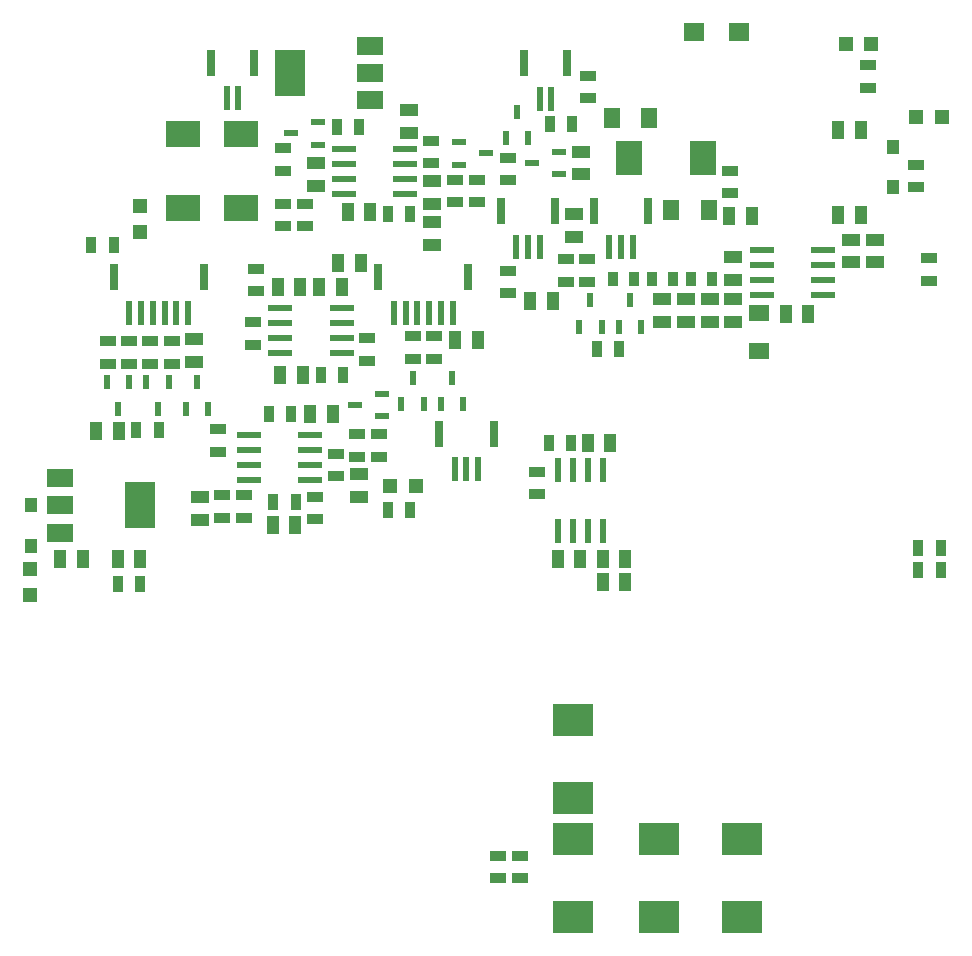
<source format=gtp>
G04 Layer_Color=7318015*
%FSLAX43Y43*%
%MOMM*%
G71*
G01*
G75*
G04:AMPARAMS|DCode=10|XSize=0.85mm|YSize=1.3mm|CornerRadius=0.043mm|HoleSize=0mm|Usage=FLASHONLY|Rotation=270.000|XOffset=0mm|YOffset=0mm|HoleType=Round|Shape=RoundedRectangle|*
%AMROUNDEDRECTD10*
21,1,0.850,1.215,0,0,270.0*
21,1,0.765,1.300,0,0,270.0*
1,1,0.085,-0.608,-0.383*
1,1,0.085,-0.608,0.383*
1,1,0.085,0.608,0.383*
1,1,0.085,0.608,-0.383*
%
%ADD10ROUNDEDRECTD10*%
%ADD11R,0.900X1.300*%
%ADD13R,1.150X0.600*%
%ADD14R,3.000X2.250*%
G04:AMPARAMS|DCode=15|XSize=0.85mm|YSize=1.3mm|CornerRadius=0.043mm|HoleSize=0mm|Usage=FLASHONLY|Rotation=0.000|XOffset=0mm|YOffset=0mm|HoleType=Round|Shape=RoundedRectangle|*
%AMROUNDEDRECTD15*
21,1,0.850,1.215,0,0,0.0*
21,1,0.765,1.300,0,0,0.0*
1,1,0.085,0.383,-0.608*
1,1,0.085,-0.383,-0.608*
1,1,0.085,-0.383,0.608*
1,1,0.085,0.383,0.608*
%
%ADD15ROUNDEDRECTD15*%
%ADD16R,0.800X2.300*%
%ADD17R,0.600X2.050*%
%ADD18R,0.600X1.150*%
%ADD19R,2.250X1.500*%
%ADD20R,2.500X4.000*%
%ADD21R,2.000X0.600*%
%ADD22R,0.600X2.000*%
%ADD23R,1.200X1.200*%
%ADD24R,1.200X1.200*%
%ADD25R,1.000X1.200*%
%ADD26R,3.500X2.750*%
%ADD27R,1.350X1.800*%
%ADD28R,2.250X3.000*%
%ADD29R,1.800X1.350*%
G04:AMPARAMS|DCode=30|XSize=1.05mm|YSize=1.45mm|CornerRadius=0.053mm|HoleSize=0mm|Usage=FLASHONLY|Rotation=0.000|XOffset=0mm|YOffset=0mm|HoleType=Round|Shape=RoundedRectangle|*
%AMROUNDEDRECTD30*
21,1,1.050,1.345,0,0,0.0*
21,1,0.945,1.450,0,0,0.0*
1,1,0.105,0.472,-0.672*
1,1,0.105,-0.472,-0.672*
1,1,0.105,-0.472,0.672*
1,1,0.105,0.472,0.672*
%
%ADD30ROUNDEDRECTD30*%
G04:AMPARAMS|DCode=31|XSize=1.05mm|YSize=1.45mm|CornerRadius=0.053mm|HoleSize=0mm|Usage=FLASHONLY|Rotation=90.000|XOffset=0mm|YOffset=0mm|HoleType=Round|Shape=RoundedRectangle|*
%AMROUNDEDRECTD31*
21,1,1.050,1.345,0,0,90.0*
21,1,0.945,1.450,0,0,90.0*
1,1,0.105,0.672,0.472*
1,1,0.105,0.672,-0.472*
1,1,0.105,-0.672,-0.472*
1,1,0.105,-0.672,0.472*
%
%ADD31ROUNDEDRECTD31*%
%ADD32R,1.700X1.600*%
D10*
X114800Y114950D02*
D03*
Y116850D02*
D03*
X92825Y116600D02*
D03*
Y114700D02*
D03*
X126700Y122550D02*
D03*
Y120650D02*
D03*
X124100Y128350D02*
D03*
Y130250D02*
D03*
X107700Y128250D02*
D03*
Y126350D02*
D03*
X126700Y132150D02*
D03*
Y130250D02*
D03*
X107700Y131050D02*
D03*
Y132950D02*
D03*
X120200Y133550D02*
D03*
Y131650D02*
D03*
X122200Y130250D02*
D03*
Y128350D02*
D03*
X109500Y128250D02*
D03*
Y126350D02*
D03*
X161300Y131530D02*
D03*
Y129630D02*
D03*
X120450Y115100D02*
D03*
Y117000D02*
D03*
X118650Y115100D02*
D03*
Y117000D02*
D03*
X96450Y116600D02*
D03*
Y114700D02*
D03*
X98250D02*
D03*
Y116600D02*
D03*
X102550Y103550D02*
D03*
Y101650D02*
D03*
X102200Y109150D02*
D03*
Y107250D02*
D03*
X94650Y116600D02*
D03*
Y114700D02*
D03*
X104400Y101650D02*
D03*
Y103550D02*
D03*
X133500Y137150D02*
D03*
Y139050D02*
D03*
X157200Y138050D02*
D03*
Y139950D02*
D03*
X145550Y129150D02*
D03*
Y131050D02*
D03*
X105100Y118185D02*
D03*
Y116285D02*
D03*
X105400Y120850D02*
D03*
Y122750D02*
D03*
X115800Y108700D02*
D03*
Y106800D02*
D03*
X125900Y71150D02*
D03*
Y73050D02*
D03*
X113950Y106805D02*
D03*
Y108705D02*
D03*
X110400Y101550D02*
D03*
Y103450D02*
D03*
X112150Y107065D02*
D03*
Y105165D02*
D03*
X162400Y121715D02*
D03*
Y123615D02*
D03*
X133400Y123550D02*
D03*
Y121650D02*
D03*
X131600D02*
D03*
Y123550D02*
D03*
X127700Y71150D02*
D03*
Y73050D02*
D03*
X129200Y105550D02*
D03*
Y103650D02*
D03*
D11*
X142200Y121900D02*
D03*
X144000D02*
D03*
X138900D02*
D03*
X140700D02*
D03*
X135600D02*
D03*
X137400D02*
D03*
D13*
X128775Y131700D02*
D03*
X131025Y132650D02*
D03*
Y130750D02*
D03*
X116025Y110250D02*
D03*
Y112150D02*
D03*
X113775Y111200D02*
D03*
X110625Y133250D02*
D03*
Y135150D02*
D03*
X108375Y134200D02*
D03*
X122575Y133450D02*
D03*
Y131550D02*
D03*
X124825Y132500D02*
D03*
D14*
X99200Y134125D02*
D03*
Y127875D02*
D03*
X104100Y134125D02*
D03*
Y127875D02*
D03*
D15*
X95250Y109100D02*
D03*
X97150D02*
D03*
X136150Y115900D02*
D03*
X134250D02*
D03*
X132175Y135000D02*
D03*
X130275D02*
D03*
X116550Y127400D02*
D03*
X118450D02*
D03*
X114150Y134700D02*
D03*
X112250D02*
D03*
X95575Y96000D02*
D03*
X93675D02*
D03*
X118450Y102300D02*
D03*
X116550D02*
D03*
X93350Y124750D02*
D03*
X91450D02*
D03*
X106450Y110400D02*
D03*
X108350D02*
D03*
X112750Y113750D02*
D03*
X110850D02*
D03*
X106850Y103000D02*
D03*
X108750D02*
D03*
X161450Y97200D02*
D03*
X163350D02*
D03*
Y99100D02*
D03*
X161450D02*
D03*
X132075Y108000D02*
D03*
X130175D02*
D03*
D16*
X138600Y127625D02*
D03*
X134000D02*
D03*
X130700Y127625D02*
D03*
X126100D02*
D03*
X125500Y108775D02*
D03*
X120900D02*
D03*
X101600Y140175D02*
D03*
X105200D02*
D03*
X128100Y140150D02*
D03*
X131700D02*
D03*
X123350Y122025D02*
D03*
X115750D02*
D03*
X100950Y122025D02*
D03*
X93350D02*
D03*
D17*
X137300Y124600D02*
D03*
X136300D02*
D03*
X135300D02*
D03*
X129400Y124600D02*
D03*
X128400D02*
D03*
X127400D02*
D03*
X124200Y105750D02*
D03*
X123200D02*
D03*
X122200D02*
D03*
X102900Y137150D02*
D03*
X103900D02*
D03*
X129400Y137125D02*
D03*
X130400D02*
D03*
X122050Y119000D02*
D03*
X121050D02*
D03*
X120050D02*
D03*
X119050D02*
D03*
X118050D02*
D03*
X117050D02*
D03*
X99650Y119000D02*
D03*
X98650D02*
D03*
X97650D02*
D03*
X96650D02*
D03*
X95650D02*
D03*
X94650D02*
D03*
D18*
X126550Y133775D02*
D03*
X128450D02*
D03*
X127500Y136025D02*
D03*
X117700Y111275D02*
D03*
X119600D02*
D03*
X118650Y113525D02*
D03*
X99450Y110875D02*
D03*
X101350D02*
D03*
X100400Y113125D02*
D03*
X121050Y111275D02*
D03*
X122950D02*
D03*
X122000Y113525D02*
D03*
X98000Y113125D02*
D03*
X96100D02*
D03*
X97050Y110875D02*
D03*
X94650Y113125D02*
D03*
X92750D02*
D03*
X93700Y110875D02*
D03*
X132750Y117825D02*
D03*
X134650D02*
D03*
X133700Y120075D02*
D03*
X136100Y117825D02*
D03*
X138000D02*
D03*
X137050Y120075D02*
D03*
D19*
X115000Y141600D02*
D03*
Y137000D02*
D03*
Y139300D02*
D03*
X88825Y100400D02*
D03*
Y105000D02*
D03*
Y102700D02*
D03*
D20*
X108250Y139300D02*
D03*
X95575Y102700D02*
D03*
D21*
X112800Y132905D02*
D03*
Y131635D02*
D03*
Y130365D02*
D03*
Y129095D02*
D03*
X118000Y132905D02*
D03*
Y131635D02*
D03*
Y130365D02*
D03*
Y129095D02*
D03*
X112650Y115595D02*
D03*
Y116865D02*
D03*
Y118135D02*
D03*
Y119405D02*
D03*
X107450Y115595D02*
D03*
Y116865D02*
D03*
Y118135D02*
D03*
Y119405D02*
D03*
X104800Y108655D02*
D03*
Y107385D02*
D03*
Y106115D02*
D03*
Y104845D02*
D03*
X110000Y108655D02*
D03*
Y107385D02*
D03*
Y106115D02*
D03*
Y104845D02*
D03*
X148200Y124355D02*
D03*
Y123085D02*
D03*
Y121815D02*
D03*
Y120545D02*
D03*
X153400Y124355D02*
D03*
Y123085D02*
D03*
Y121815D02*
D03*
Y120545D02*
D03*
D22*
X134755Y105700D02*
D03*
X133485D02*
D03*
X132215D02*
D03*
X130945D02*
D03*
X134755Y100500D02*
D03*
X133485D02*
D03*
X132215D02*
D03*
X130945D02*
D03*
D23*
X86275Y97325D02*
D03*
Y95125D02*
D03*
X95600Y128050D02*
D03*
Y125850D02*
D03*
D24*
X163500Y135600D02*
D03*
X161300D02*
D03*
X118900Y104300D02*
D03*
X116700D02*
D03*
X157500Y141800D02*
D03*
X155300D02*
D03*
D25*
X86325Y102700D02*
D03*
Y99300D02*
D03*
X159350Y129630D02*
D03*
Y133030D02*
D03*
D26*
X146500Y74450D02*
D03*
Y67850D02*
D03*
X139500D02*
D03*
Y74450D02*
D03*
X132250D02*
D03*
Y67850D02*
D03*
Y84500D02*
D03*
Y77900D02*
D03*
D27*
X135500Y135500D02*
D03*
X138700D02*
D03*
X140500Y127700D02*
D03*
X143700D02*
D03*
D28*
X136975Y132100D02*
D03*
X143225D02*
D03*
D29*
X148000Y118950D02*
D03*
Y115750D02*
D03*
D30*
X134750Y96200D02*
D03*
X136650D02*
D03*
X114250Y123200D02*
D03*
X112350D02*
D03*
X91850Y109000D02*
D03*
X93750D02*
D03*
X113150Y127500D02*
D03*
X115050D02*
D03*
X111900Y110400D02*
D03*
X110000D02*
D03*
X122250Y116700D02*
D03*
X124150D02*
D03*
X95575Y98200D02*
D03*
X93675D02*
D03*
X90725D02*
D03*
X88825D02*
D03*
X156600Y127300D02*
D03*
X154700D02*
D03*
Y134500D02*
D03*
X156600D02*
D03*
X112650Y121200D02*
D03*
X110750D02*
D03*
X107450Y113750D02*
D03*
X109350D02*
D03*
X108700Y101000D02*
D03*
X106800D02*
D03*
X109150Y121200D02*
D03*
X107250D02*
D03*
X150250Y118900D02*
D03*
X152150D02*
D03*
X133500Y108000D02*
D03*
X135400D02*
D03*
X130945Y98200D02*
D03*
X132845D02*
D03*
X130525Y120000D02*
D03*
X128625D02*
D03*
X134750Y98200D02*
D03*
X136650D02*
D03*
X145450Y127200D02*
D03*
X147350D02*
D03*
D31*
X132350Y127350D02*
D03*
Y125450D02*
D03*
X118300Y134250D02*
D03*
Y136150D02*
D03*
X120300Y128250D02*
D03*
Y130150D02*
D03*
X110500Y131650D02*
D03*
Y129750D02*
D03*
X120300Y126650D02*
D03*
Y124750D02*
D03*
X100100Y114850D02*
D03*
Y116750D02*
D03*
X100650Y103400D02*
D03*
Y101500D02*
D03*
X132900Y132650D02*
D03*
Y130750D02*
D03*
X145800Y120150D02*
D03*
Y118250D02*
D03*
X143800D02*
D03*
Y120150D02*
D03*
X155800Y123300D02*
D03*
Y125200D02*
D03*
X157800D02*
D03*
Y123300D02*
D03*
X114100Y105350D02*
D03*
Y103450D02*
D03*
X145800Y123715D02*
D03*
Y121815D02*
D03*
X141800Y120150D02*
D03*
Y118250D02*
D03*
X139800Y118250D02*
D03*
Y120150D02*
D03*
D32*
X146250Y142800D02*
D03*
X142450D02*
D03*
M02*

</source>
